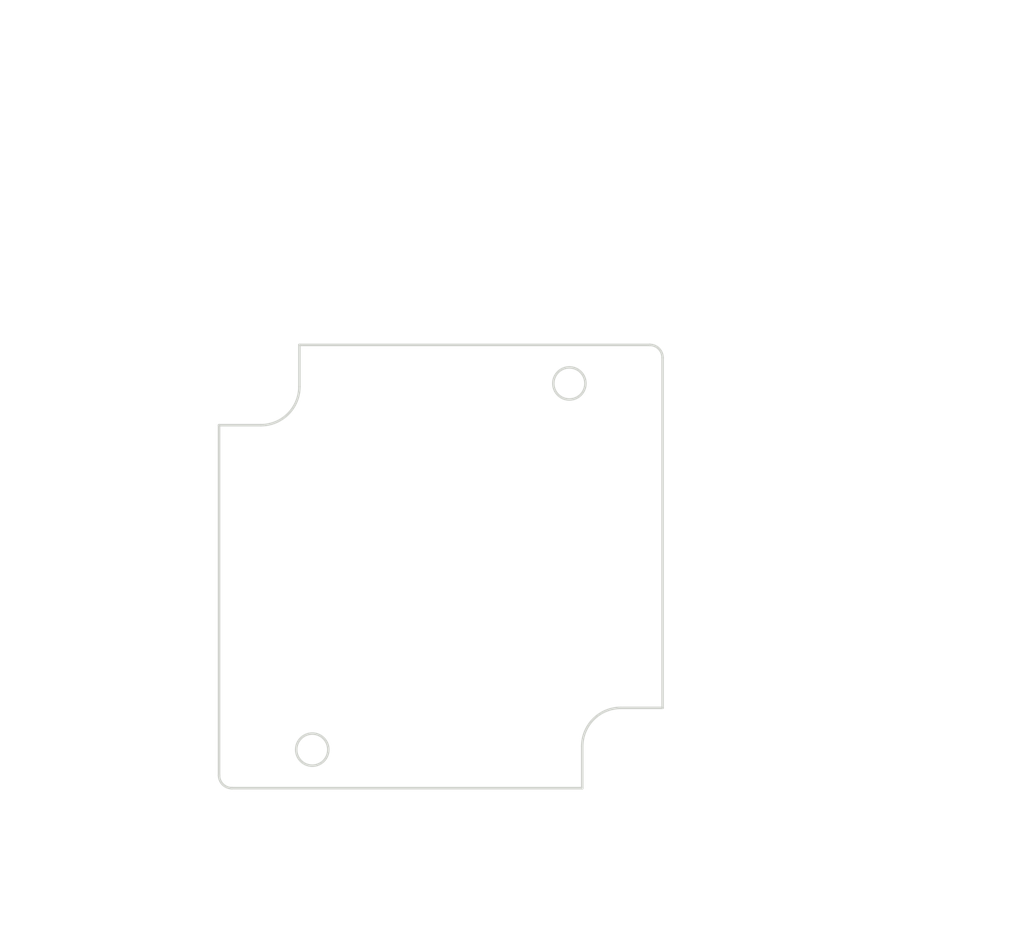
<source format=kicad_pcb>
(kicad_pcb (version 20171130) (host pcbnew "(5.1.0)-1")

  (general
    (thickness 1.6)
    (drawings 70)
    (tracks 0)
    (zones 0)
    (modules 0)
    (nets 1)
  )

  (page A4)
  (layers
    (0 F.Cu signal)
    (31 B.Cu signal)
    (32 B.Adhes user)
    (33 F.Adhes user)
    (34 B.Paste user)
    (35 F.Paste user)
    (36 B.SilkS user)
    (37 F.SilkS user)
    (38 B.Mask user)
    (39 F.Mask user)
    (40 Dwgs.User user)
    (41 Cmts.User user)
    (42 Eco1.User user)
    (43 Eco2.User user)
    (44 Edge.Cuts user)
    (45 Margin user)
    (46 B.CrtYd user)
    (47 F.CrtYd user)
    (48 B.Fab user)
    (49 F.Fab user)
  )

  (setup
    (last_trace_width 0.25)
    (trace_clearance 0.2)
    (zone_clearance 0.508)
    (zone_45_only no)
    (trace_min 0.2)
    (via_size 0.8)
    (via_drill 0.4)
    (via_min_size 0.4)
    (via_min_drill 0.3)
    (uvia_size 0.3)
    (uvia_drill 0.1)
    (uvias_allowed no)
    (uvia_min_size 0.2)
    (uvia_min_drill 0.1)
    (edge_width 0.05)
    (segment_width 0.2)
    (pcb_text_width 0.3)
    (pcb_text_size 1.5 1.5)
    (mod_edge_width 0.12)
    (mod_text_size 1 1)
    (mod_text_width 0.15)
    (pad_size 1.524 1.524)
    (pad_drill 0.762)
    (pad_to_mask_clearance 0.051)
    (solder_mask_min_width 0.25)
    (aux_axis_origin 0 0)
    (visible_elements FFFFFF7F)
    (pcbplotparams
      (layerselection 0x010fc_ffffffff)
      (usegerberextensions false)
      (usegerberattributes false)
      (usegerberadvancedattributes false)
      (creategerberjobfile false)
      (excludeedgelayer true)
      (linewidth 0.152400)
      (plotframeref false)
      (viasonmask false)
      (mode 1)
      (useauxorigin false)
      (hpglpennumber 1)
      (hpglpenspeed 20)
      (hpglpendiameter 15.000000)
      (psnegative false)
      (psa4output false)
      (plotreference true)
      (plotvalue true)
      (plotinvisibletext false)
      (padsonsilk false)
      (subtractmaskfromsilk false)
      (outputformat 1)
      (mirror false)
      (drillshape 1)
      (scaleselection 1)
      (outputdirectory ""))
  )

  (net 0 "")

  (net_class Default "This is the default net class."
    (clearance 0.2)
    (trace_width 0.25)
    (via_dia 0.8)
    (via_drill 0.4)
    (uvia_dia 0.3)
    (uvia_drill 0.1)
  )

  (gr_line (start 158.426012 119.650606) (end 131.176012 119.650606) (layer Edge.Cuts) (width 0.2))
  (gr_arc (start 131.176012 118.650606) (end 130.176012 118.650606) (angle -90) (layer Edge.Cuts) (width 0.2))
  (gr_line (start 130.176012 118.650606) (end 130.176012 91.400606) (layer Edge.Cuts) (width 0.2))
  (gr_line (start 130.176012 91.400606) (end 133.426012 91.400606) (layer Edge.Cuts) (width 0.2))
  (gr_arc (start 133.426012 88.400606) (end 133.426012 91.400606) (angle -90) (layer Edge.Cuts) (width 0.2))
  (gr_line (start 136.426012 88.400606) (end 136.426012 85.150606) (layer Edge.Cuts) (width 0.2))
  (gr_line (start 136.426012 85.150606) (end 163.676012 85.150606) (layer Edge.Cuts) (width 0.2))
  (gr_arc (start 163.676012 86.150606) (end 164.676012 86.150606) (angle -90) (layer Edge.Cuts) (width 0.2))
  (gr_line (start 164.676012 86.150606) (end 164.676012 113.400606) (layer Edge.Cuts) (width 0.2))
  (gr_line (start 164.676012 113.400606) (end 161.426012 113.400606) (layer Edge.Cuts) (width 0.2))
  (gr_arc (start 161.426012 116.400606) (end 161.426012 113.400606) (angle -90) (layer Edge.Cuts) (width 0.2))
  (gr_line (start 158.426012 116.400606) (end 158.426012 119.650606) (layer Edge.Cuts) (width 0.2))
  (gr_circle (center 157.426012 88.150606) (end 158.676012 88.150606) (layer Edge.Cuts) (width 0.2))
  (gr_circle (center 137.426012 116.650606) (end 138.676012 116.650606) (layer Edge.Cuts) (width 0.2))
  (gr_text [1.11] (at 180.178546 98.415067) (layer Dwgs.User)
    (effects (font (size 1.7 1.53) (thickness 0.2125)))
  )
  (gr_text " 28.25" (at 180.178546 94.857632) (layer Dwgs.User)
    (effects (font (size 1.7 1.53) (thickness 0.2125)))
  )
  (gr_line (start 180.178546 111.400606) (end 180.178546 100.083041) (layer Dwgs.User) (width 0.2))
  (gr_line (start 180.178546 87.150606) (end 180.178546 92.968171) (layer Dwgs.User) (width 0.2))
  (gr_line (start 165.676012 113.400606) (end 183.353546 113.400606) (layer Dwgs.User) (width 0.2))
  (gr_line (start 164.676012 85.150606) (end 183.353546 85.150606) (layer Dwgs.User) (width 0.2))
  (gr_text [1.36] (at 188.772876 104.907128) (layer Dwgs.User)
    (effects (font (size 1.7 1.53) (thickness 0.2125)))
  )
  (gr_text " 34.50" (at 188.772876 101.349113) (layer Dwgs.User)
    (effects (font (size 1.7 1.53) (thickness 0.2125)))
  )
  (gr_line (start 188.772876 117.650606) (end 188.772876 106.575682) (layer Dwgs.User) (width 0.2))
  (gr_line (start 188.772876 87.150606) (end 188.772876 99.459651) (layer Dwgs.User) (width 0.2))
  (gr_line (start 159.426012 119.650606) (end 191.947876 119.650606) (layer Dwgs.User) (width 0.2))
  (gr_line (start 164.676012 85.150606) (end 191.947876 85.150606) (layer Dwgs.User) (width 0.2))
  (gr_text [R0.04] (at 119.408898 125.608934) (layer Dwgs.User)
    (effects (font (size 1.7 1.53) (thickness 0.2125)))
  )
  (gr_text " R1.00" (at 119.408898 122.051499) (layer Dwgs.User)
    (effects (font (size 1.7 1.53) (thickness 0.2125)))
  )
  (gr_line (start 125.879669 123.719473) (end 129.008659 120.724872) (layer Dwgs.User) (width 0.2))
  (gr_line (start 123.879669 123.719473) (end 125.879669 123.719473) (layer Dwgs.User) (width 0.2))
  (gr_text [R0.12] (at 145.545167 94.424769) (layer Dwgs.User)
    (effects (font (size 1.7 1.53) (thickness 0.2125)))
  )
  (gr_text " R3.00" (at 145.545167 90.866754) (layer Dwgs.User)
    (effects (font (size 1.7 1.53) (thickness 0.2125)))
  )
  (gr_line (start 139.074396 92.535308) (end 137.460572 91.353964) (layer Dwgs.User) (width 0.2))
  (gr_line (start 141.074396 92.535308) (end 139.074396 92.535308) (layer Dwgs.User) (width 0.2))
  (gr_text [.12] (at 169.983144 79.067735) (layer Dwgs.User)
    (effects (font (size 1.7 1.53) (thickness 0.2125)))
  )
  (gr_text " 3.00" (at 169.983144 75.50972) (layer Dwgs.User)
    (effects (font (size 1.7 1.53) (thickness 0.2125)))
  )
  (gr_line (start 164.598935 77.178274) (end 166.598935 77.178274) (layer Dwgs.User) (width 0.2))
  (gr_line (start 164.598935 83.150606) (end 164.598935 77.178274) (layer Dwgs.User) (width 0.2))
  (gr_line (start 158.426012 88.150606) (end 167.773935 88.150606) (layer Dwgs.User) (width 0.2))
  (gr_line (start 164.676012 85.150606) (end 167.773935 85.150606) (layer Dwgs.User) (width 0.2))
  (gr_text [.29] (at 152.032526 82.428448) (layer Dwgs.User)
    (effects (font (size 1.7 1.53) (thickness 0.2125)))
  )
  (gr_text " 7.25" (at 152.032526 78.871012) (layer Dwgs.User)
    (effects (font (size 1.7 1.53) (thickness 0.2125)))
  )
  (gr_line (start 157.426012 80.538986) (end 155.426012 80.538986) (layer Dwgs.User) (width 0.2))
  (gr_line (start 162.676012 80.538986) (end 159.426012 80.538986) (layer Dwgs.User) (width 0.2))
  (gr_line (start 157.426012 87.150606) (end 157.426012 77.363986) (layer Dwgs.User) (width 0.2))
  (gr_line (start 164.676012 85.150606) (end 164.676012 77.363986) (layer Dwgs.User) (width 0.2))
  (gr_text [.79] (at 143.996477 130.266027) (layer Dwgs.User)
    (effects (font (size 1.7 1.53) (thickness 0.2125)))
  )
  (gr_text " 20.00" (at 143.996477 126.708592) (layer Dwgs.User)
    (effects (font (size 1.7 1.53) (thickness 0.2125)))
  )
  (gr_line (start 139.426012 128.376566) (end 139.951866 128.376566) (layer Dwgs.User) (width 0.2))
  (gr_line (start 155.426012 128.376566) (end 148.041088 128.376566) (layer Dwgs.User) (width 0.2))
  (gr_line (start 137.426012 117.650606) (end 137.426012 131.551566) (layer Dwgs.User) (width 0.2))
  (gr_line (start 157.426012 89.150606) (end 157.426012 131.551566) (layer Dwgs.User) (width 0.2))
  (gr_text [1.12] (at 117.163471 101.790067) (layer Dwgs.User)
    (effects (font (size 1.7 1.53) (thickness 0.2125)))
  )
  (gr_text " 28.50" (at 117.163471 98.232632) (layer Dwgs.User)
    (effects (font (size 1.7 1.53) (thickness 0.2125)))
  )
  (gr_line (start 117.163471 114.650606) (end 117.163471 103.458041) (layer Dwgs.User) (width 0.2))
  (gr_line (start 117.163471 90.150606) (end 117.163471 96.343171) (layer Dwgs.User) (width 0.2))
  (gr_line (start 136.426012 116.650606) (end 113.988471 116.650606) (layer Dwgs.User) (width 0.2))
  (gr_line (start 156.426012 88.150606) (end 113.988471 88.150606) (layer Dwgs.User) (width 0.2))
  (gr_text [1.11] (at 155.551012 71.040067) (layer Dwgs.User)
    (effects (font (size 1.7 1.53) (thickness 0.2125)))
  )
  (gr_text " 28.25" (at 155.551012 67.482632) (layer Dwgs.User)
    (effects (font (size 1.7 1.53) (thickness 0.2125)))
  )
  (gr_line (start 162.676012 69.150606) (end 159.6049 69.150606) (layer Dwgs.User) (width 0.2))
  (gr_line (start 138.426012 69.150606) (end 151.497124 69.150606) (layer Dwgs.User) (width 0.2))
  (gr_line (start 164.676012 85.150606) (end 164.676012 65.975606) (layer Dwgs.User) (width 0.2))
  (gr_line (start 136.426012 84.150606) (end 136.426012 65.975606) (layer Dwgs.User) (width 0.2))
  (gr_text [1.36] (at 149.742619 63.472433) (layer Dwgs.User)
    (effects (font (size 1.7 1.53) (thickness 0.2125)))
  )
  (gr_text " 34.50" (at 149.742619 59.914418) (layer Dwgs.User)
    (effects (font (size 1.7 1.53) (thickness 0.2125)))
  )
  (gr_line (start 132.176012 61.582972) (end 145.698008 61.582972) (layer Dwgs.User) (width 0.2))
  (gr_line (start 162.676012 61.582972) (end 153.787231 61.582972) (layer Dwgs.User) (width 0.2))
  (gr_line (start 130.176012 90.400606) (end 130.176012 58.407972) (layer Dwgs.User) (width 0.2))
  (gr_line (start 164.676012 85.150606) (end 164.676012 58.407972) (layer Dwgs.User) (width 0.2))

)

</source>
